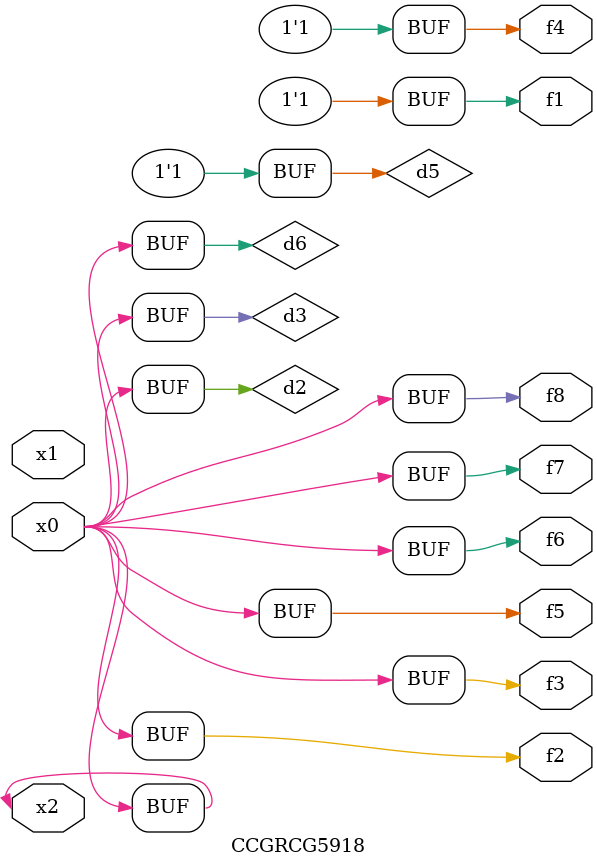
<source format=v>
module CCGRCG5918(
	input x0, x1, x2,
	output f1, f2, f3, f4, f5, f6, f7, f8
);

	wire d1, d2, d3, d4, d5, d6;

	xnor (d1, x2);
	buf (d2, x0, x2);
	and (d3, x0);
	xnor (d4, x1, x2);
	nand (d5, d1, d3);
	buf (d6, d2, d3);
	assign f1 = d5;
	assign f2 = d6;
	assign f3 = d6;
	assign f4 = d5;
	assign f5 = d6;
	assign f6 = d6;
	assign f7 = d6;
	assign f8 = d6;
endmodule

</source>
